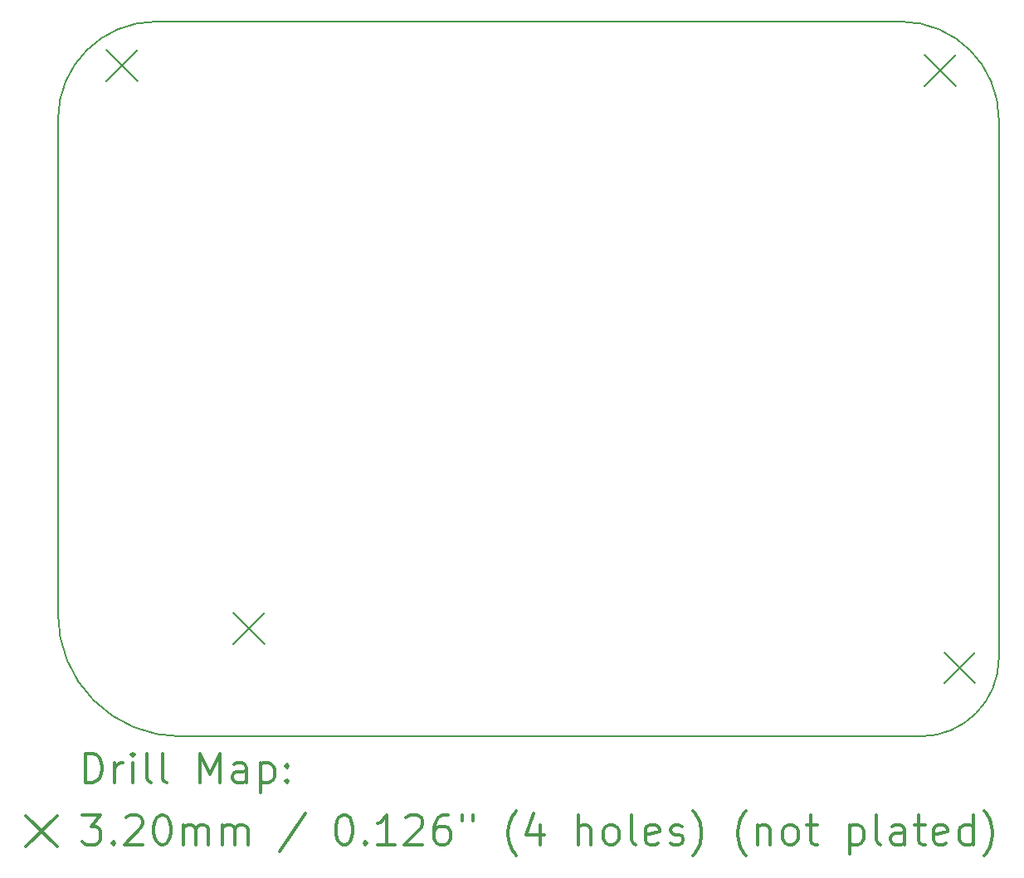
<source format=gbr>
%FSLAX45Y45*%
G04 Gerber Fmt 4.5, Leading zero omitted, Abs format (unit mm)*
G04 Created by KiCad (PCBNEW 5.0.2-bee76a0~70~ubuntu16.04.1) date Tue 14 Jan 2020 09:55:21 AM MST*
%MOMM*%
%LPD*%
G01*
G04 APERTURE LIST*
%ADD10C,0.150000*%
%ADD11C,0.200000*%
%ADD12C,0.300000*%
G04 APERTURE END LIST*
D10*
X17600000Y-6000000D02*
G75*
G02X18600000Y-7000000I0J-1000000D01*
G01*
X10000000Y-6000000D02*
X17600000Y-6000000D01*
X9000000Y-7000000D02*
G75*
G02X10000000Y-6000000I1000000J0D01*
G01*
X18600000Y-12500000D02*
X18600000Y-7000000D01*
X18600000Y-12500000D02*
G75*
G02X17800000Y-13300000I-800000J0D01*
G01*
X10250000Y-13300000D02*
X17800000Y-13300000D01*
X10250000Y-13300000D02*
G75*
G02X9000000Y-12044990I0J1250010D01*
G01*
X9000000Y-7000000D02*
X9000000Y-12100000D01*
D11*
X9490000Y-6290000D02*
X9810000Y-6610000D01*
X9810000Y-6290000D02*
X9490000Y-6610000D01*
X18040000Y-12440000D02*
X18360000Y-12760000D01*
X18360000Y-12440000D02*
X18040000Y-12760000D01*
X17840000Y-6340000D02*
X18160000Y-6660000D01*
X18160000Y-6340000D02*
X17840000Y-6660000D01*
X10790000Y-12040000D02*
X11110000Y-12360000D01*
X11110000Y-12040000D02*
X10790000Y-12360000D01*
D12*
X9278918Y-13773214D02*
X9278918Y-13473214D01*
X9350347Y-13473214D01*
X9393204Y-13487500D01*
X9421776Y-13516071D01*
X9436061Y-13544643D01*
X9450347Y-13601786D01*
X9450347Y-13644643D01*
X9436061Y-13701786D01*
X9421776Y-13730357D01*
X9393204Y-13758929D01*
X9350347Y-13773214D01*
X9278918Y-13773214D01*
X9578918Y-13773214D02*
X9578918Y-13573214D01*
X9578918Y-13630357D02*
X9593204Y-13601786D01*
X9607490Y-13587500D01*
X9636061Y-13573214D01*
X9664633Y-13573214D01*
X9764633Y-13773214D02*
X9764633Y-13573214D01*
X9764633Y-13473214D02*
X9750347Y-13487500D01*
X9764633Y-13501786D01*
X9778918Y-13487500D01*
X9764633Y-13473214D01*
X9764633Y-13501786D01*
X9950347Y-13773214D02*
X9921776Y-13758929D01*
X9907490Y-13730357D01*
X9907490Y-13473214D01*
X10107490Y-13773214D02*
X10078918Y-13758929D01*
X10064633Y-13730357D01*
X10064633Y-13473214D01*
X10450347Y-13773214D02*
X10450347Y-13473214D01*
X10550347Y-13687500D01*
X10650347Y-13473214D01*
X10650347Y-13773214D01*
X10921776Y-13773214D02*
X10921776Y-13616071D01*
X10907490Y-13587500D01*
X10878918Y-13573214D01*
X10821776Y-13573214D01*
X10793204Y-13587500D01*
X10921776Y-13758929D02*
X10893204Y-13773214D01*
X10821776Y-13773214D01*
X10793204Y-13758929D01*
X10778918Y-13730357D01*
X10778918Y-13701786D01*
X10793204Y-13673214D01*
X10821776Y-13658929D01*
X10893204Y-13658929D01*
X10921776Y-13644643D01*
X11064633Y-13573214D02*
X11064633Y-13873214D01*
X11064633Y-13587500D02*
X11093204Y-13573214D01*
X11150347Y-13573214D01*
X11178918Y-13587500D01*
X11193204Y-13601786D01*
X11207490Y-13630357D01*
X11207490Y-13716071D01*
X11193204Y-13744643D01*
X11178918Y-13758929D01*
X11150347Y-13773214D01*
X11093204Y-13773214D01*
X11064633Y-13758929D01*
X11336061Y-13744643D02*
X11350347Y-13758929D01*
X11336061Y-13773214D01*
X11321776Y-13758929D01*
X11336061Y-13744643D01*
X11336061Y-13773214D01*
X11336061Y-13587500D02*
X11350347Y-13601786D01*
X11336061Y-13616071D01*
X11321776Y-13601786D01*
X11336061Y-13587500D01*
X11336061Y-13616071D01*
X8672490Y-14107500D02*
X8992490Y-14427500D01*
X8992490Y-14107500D02*
X8672490Y-14427500D01*
X9250347Y-14103214D02*
X9436061Y-14103214D01*
X9336061Y-14217500D01*
X9378918Y-14217500D01*
X9407490Y-14231786D01*
X9421776Y-14246071D01*
X9436061Y-14274643D01*
X9436061Y-14346071D01*
X9421776Y-14374643D01*
X9407490Y-14388929D01*
X9378918Y-14403214D01*
X9293204Y-14403214D01*
X9264633Y-14388929D01*
X9250347Y-14374643D01*
X9564633Y-14374643D02*
X9578918Y-14388929D01*
X9564633Y-14403214D01*
X9550347Y-14388929D01*
X9564633Y-14374643D01*
X9564633Y-14403214D01*
X9693204Y-14131786D02*
X9707490Y-14117500D01*
X9736061Y-14103214D01*
X9807490Y-14103214D01*
X9836061Y-14117500D01*
X9850347Y-14131786D01*
X9864633Y-14160357D01*
X9864633Y-14188929D01*
X9850347Y-14231786D01*
X9678918Y-14403214D01*
X9864633Y-14403214D01*
X10050347Y-14103214D02*
X10078918Y-14103214D01*
X10107490Y-14117500D01*
X10121776Y-14131786D01*
X10136061Y-14160357D01*
X10150347Y-14217500D01*
X10150347Y-14288929D01*
X10136061Y-14346071D01*
X10121776Y-14374643D01*
X10107490Y-14388929D01*
X10078918Y-14403214D01*
X10050347Y-14403214D01*
X10021776Y-14388929D01*
X10007490Y-14374643D01*
X9993204Y-14346071D01*
X9978918Y-14288929D01*
X9978918Y-14217500D01*
X9993204Y-14160357D01*
X10007490Y-14131786D01*
X10021776Y-14117500D01*
X10050347Y-14103214D01*
X10278918Y-14403214D02*
X10278918Y-14203214D01*
X10278918Y-14231786D02*
X10293204Y-14217500D01*
X10321776Y-14203214D01*
X10364633Y-14203214D01*
X10393204Y-14217500D01*
X10407490Y-14246071D01*
X10407490Y-14403214D01*
X10407490Y-14246071D02*
X10421776Y-14217500D01*
X10450347Y-14203214D01*
X10493204Y-14203214D01*
X10521776Y-14217500D01*
X10536061Y-14246071D01*
X10536061Y-14403214D01*
X10678918Y-14403214D02*
X10678918Y-14203214D01*
X10678918Y-14231786D02*
X10693204Y-14217500D01*
X10721776Y-14203214D01*
X10764633Y-14203214D01*
X10793204Y-14217500D01*
X10807490Y-14246071D01*
X10807490Y-14403214D01*
X10807490Y-14246071D02*
X10821776Y-14217500D01*
X10850347Y-14203214D01*
X10893204Y-14203214D01*
X10921776Y-14217500D01*
X10936061Y-14246071D01*
X10936061Y-14403214D01*
X11521776Y-14088929D02*
X11264633Y-14474643D01*
X11907490Y-14103214D02*
X11936061Y-14103214D01*
X11964633Y-14117500D01*
X11978918Y-14131786D01*
X11993204Y-14160357D01*
X12007490Y-14217500D01*
X12007490Y-14288929D01*
X11993204Y-14346071D01*
X11978918Y-14374643D01*
X11964633Y-14388929D01*
X11936061Y-14403214D01*
X11907490Y-14403214D01*
X11878918Y-14388929D01*
X11864633Y-14374643D01*
X11850347Y-14346071D01*
X11836061Y-14288929D01*
X11836061Y-14217500D01*
X11850347Y-14160357D01*
X11864633Y-14131786D01*
X11878918Y-14117500D01*
X11907490Y-14103214D01*
X12136061Y-14374643D02*
X12150347Y-14388929D01*
X12136061Y-14403214D01*
X12121776Y-14388929D01*
X12136061Y-14374643D01*
X12136061Y-14403214D01*
X12436061Y-14403214D02*
X12264633Y-14403214D01*
X12350347Y-14403214D02*
X12350347Y-14103214D01*
X12321776Y-14146071D01*
X12293204Y-14174643D01*
X12264633Y-14188929D01*
X12550347Y-14131786D02*
X12564633Y-14117500D01*
X12593204Y-14103214D01*
X12664633Y-14103214D01*
X12693204Y-14117500D01*
X12707490Y-14131786D01*
X12721776Y-14160357D01*
X12721776Y-14188929D01*
X12707490Y-14231786D01*
X12536061Y-14403214D01*
X12721776Y-14403214D01*
X12978918Y-14103214D02*
X12921776Y-14103214D01*
X12893204Y-14117500D01*
X12878918Y-14131786D01*
X12850347Y-14174643D01*
X12836061Y-14231786D01*
X12836061Y-14346071D01*
X12850347Y-14374643D01*
X12864633Y-14388929D01*
X12893204Y-14403214D01*
X12950347Y-14403214D01*
X12978918Y-14388929D01*
X12993204Y-14374643D01*
X13007490Y-14346071D01*
X13007490Y-14274643D01*
X12993204Y-14246071D01*
X12978918Y-14231786D01*
X12950347Y-14217500D01*
X12893204Y-14217500D01*
X12864633Y-14231786D01*
X12850347Y-14246071D01*
X12836061Y-14274643D01*
X13121776Y-14103214D02*
X13121776Y-14160357D01*
X13236061Y-14103214D02*
X13236061Y-14160357D01*
X13678918Y-14517500D02*
X13664633Y-14503214D01*
X13636061Y-14460357D01*
X13621776Y-14431786D01*
X13607490Y-14388929D01*
X13593204Y-14317500D01*
X13593204Y-14260357D01*
X13607490Y-14188929D01*
X13621776Y-14146071D01*
X13636061Y-14117500D01*
X13664633Y-14074643D01*
X13678918Y-14060357D01*
X13921776Y-14203214D02*
X13921776Y-14403214D01*
X13850347Y-14088929D02*
X13778918Y-14303214D01*
X13964633Y-14303214D01*
X14307490Y-14403214D02*
X14307490Y-14103214D01*
X14436061Y-14403214D02*
X14436061Y-14246071D01*
X14421776Y-14217500D01*
X14393204Y-14203214D01*
X14350347Y-14203214D01*
X14321776Y-14217500D01*
X14307490Y-14231786D01*
X14621776Y-14403214D02*
X14593204Y-14388929D01*
X14578918Y-14374643D01*
X14564633Y-14346071D01*
X14564633Y-14260357D01*
X14578918Y-14231786D01*
X14593204Y-14217500D01*
X14621776Y-14203214D01*
X14664633Y-14203214D01*
X14693204Y-14217500D01*
X14707490Y-14231786D01*
X14721776Y-14260357D01*
X14721776Y-14346071D01*
X14707490Y-14374643D01*
X14693204Y-14388929D01*
X14664633Y-14403214D01*
X14621776Y-14403214D01*
X14893204Y-14403214D02*
X14864633Y-14388929D01*
X14850347Y-14360357D01*
X14850347Y-14103214D01*
X15121776Y-14388929D02*
X15093204Y-14403214D01*
X15036061Y-14403214D01*
X15007490Y-14388929D01*
X14993204Y-14360357D01*
X14993204Y-14246071D01*
X15007490Y-14217500D01*
X15036061Y-14203214D01*
X15093204Y-14203214D01*
X15121776Y-14217500D01*
X15136061Y-14246071D01*
X15136061Y-14274643D01*
X14993204Y-14303214D01*
X15250347Y-14388929D02*
X15278918Y-14403214D01*
X15336061Y-14403214D01*
X15364633Y-14388929D01*
X15378918Y-14360357D01*
X15378918Y-14346071D01*
X15364633Y-14317500D01*
X15336061Y-14303214D01*
X15293204Y-14303214D01*
X15264633Y-14288929D01*
X15250347Y-14260357D01*
X15250347Y-14246071D01*
X15264633Y-14217500D01*
X15293204Y-14203214D01*
X15336061Y-14203214D01*
X15364633Y-14217500D01*
X15478918Y-14517500D02*
X15493204Y-14503214D01*
X15521776Y-14460357D01*
X15536061Y-14431786D01*
X15550347Y-14388929D01*
X15564633Y-14317500D01*
X15564633Y-14260357D01*
X15550347Y-14188929D01*
X15536061Y-14146071D01*
X15521776Y-14117500D01*
X15493204Y-14074643D01*
X15478918Y-14060357D01*
X16021776Y-14517500D02*
X16007490Y-14503214D01*
X15978918Y-14460357D01*
X15964633Y-14431786D01*
X15950347Y-14388929D01*
X15936061Y-14317500D01*
X15936061Y-14260357D01*
X15950347Y-14188929D01*
X15964633Y-14146071D01*
X15978918Y-14117500D01*
X16007490Y-14074643D01*
X16021776Y-14060357D01*
X16136061Y-14203214D02*
X16136061Y-14403214D01*
X16136061Y-14231786D02*
X16150347Y-14217500D01*
X16178918Y-14203214D01*
X16221776Y-14203214D01*
X16250347Y-14217500D01*
X16264633Y-14246071D01*
X16264633Y-14403214D01*
X16450347Y-14403214D02*
X16421776Y-14388929D01*
X16407490Y-14374643D01*
X16393204Y-14346071D01*
X16393204Y-14260357D01*
X16407490Y-14231786D01*
X16421776Y-14217500D01*
X16450347Y-14203214D01*
X16493204Y-14203214D01*
X16521776Y-14217500D01*
X16536061Y-14231786D01*
X16550347Y-14260357D01*
X16550347Y-14346071D01*
X16536061Y-14374643D01*
X16521776Y-14388929D01*
X16493204Y-14403214D01*
X16450347Y-14403214D01*
X16636061Y-14203214D02*
X16750347Y-14203214D01*
X16678918Y-14103214D02*
X16678918Y-14360357D01*
X16693204Y-14388929D01*
X16721776Y-14403214D01*
X16750347Y-14403214D01*
X17078918Y-14203214D02*
X17078918Y-14503214D01*
X17078918Y-14217500D02*
X17107490Y-14203214D01*
X17164633Y-14203214D01*
X17193204Y-14217500D01*
X17207490Y-14231786D01*
X17221776Y-14260357D01*
X17221776Y-14346071D01*
X17207490Y-14374643D01*
X17193204Y-14388929D01*
X17164633Y-14403214D01*
X17107490Y-14403214D01*
X17078918Y-14388929D01*
X17393204Y-14403214D02*
X17364633Y-14388929D01*
X17350347Y-14360357D01*
X17350347Y-14103214D01*
X17636061Y-14403214D02*
X17636061Y-14246071D01*
X17621776Y-14217500D01*
X17593204Y-14203214D01*
X17536061Y-14203214D01*
X17507490Y-14217500D01*
X17636061Y-14388929D02*
X17607490Y-14403214D01*
X17536061Y-14403214D01*
X17507490Y-14388929D01*
X17493204Y-14360357D01*
X17493204Y-14331786D01*
X17507490Y-14303214D01*
X17536061Y-14288929D01*
X17607490Y-14288929D01*
X17636061Y-14274643D01*
X17736061Y-14203214D02*
X17850347Y-14203214D01*
X17778918Y-14103214D02*
X17778918Y-14360357D01*
X17793204Y-14388929D01*
X17821776Y-14403214D01*
X17850347Y-14403214D01*
X18064633Y-14388929D02*
X18036061Y-14403214D01*
X17978918Y-14403214D01*
X17950347Y-14388929D01*
X17936061Y-14360357D01*
X17936061Y-14246071D01*
X17950347Y-14217500D01*
X17978918Y-14203214D01*
X18036061Y-14203214D01*
X18064633Y-14217500D01*
X18078918Y-14246071D01*
X18078918Y-14274643D01*
X17936061Y-14303214D01*
X18336061Y-14403214D02*
X18336061Y-14103214D01*
X18336061Y-14388929D02*
X18307490Y-14403214D01*
X18250347Y-14403214D01*
X18221776Y-14388929D01*
X18207490Y-14374643D01*
X18193204Y-14346071D01*
X18193204Y-14260357D01*
X18207490Y-14231786D01*
X18221776Y-14217500D01*
X18250347Y-14203214D01*
X18307490Y-14203214D01*
X18336061Y-14217500D01*
X18450347Y-14517500D02*
X18464633Y-14503214D01*
X18493204Y-14460357D01*
X18507490Y-14431786D01*
X18521776Y-14388929D01*
X18536061Y-14317500D01*
X18536061Y-14260357D01*
X18521776Y-14188929D01*
X18507490Y-14146071D01*
X18493204Y-14117500D01*
X18464633Y-14074643D01*
X18450347Y-14060357D01*
M02*

</source>
